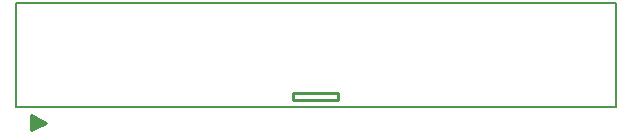
<source format=gto>
G75*
G70*
%OFA0B0*%
%FSLAX24Y24*%
%IPPOS*%
%LPD*%
%AMOC8*
5,1,8,0,0,1.08239X$1,22.5*
%
%ADD10C,0.0100*%
%ADD11C,0.0050*%
D10*
X000625Y000630D02*
X001125Y000880D01*
X000625Y001130D01*
X000625Y000630D01*
X000625Y000721D02*
X000807Y000721D01*
X000625Y000820D02*
X001004Y000820D01*
X001049Y000918D02*
X000625Y000918D01*
X000625Y001017D02*
X000852Y001017D01*
X000655Y001115D02*
X000625Y001115D01*
X009375Y001630D02*
X009375Y001880D01*
X010875Y001880D01*
X010875Y001630D01*
X009375Y001630D01*
D11*
X000125Y001398D02*
X000125Y004862D01*
X020125Y004862D01*
X020125Y001398D01*
X000125Y001398D01*
M02*

</source>
